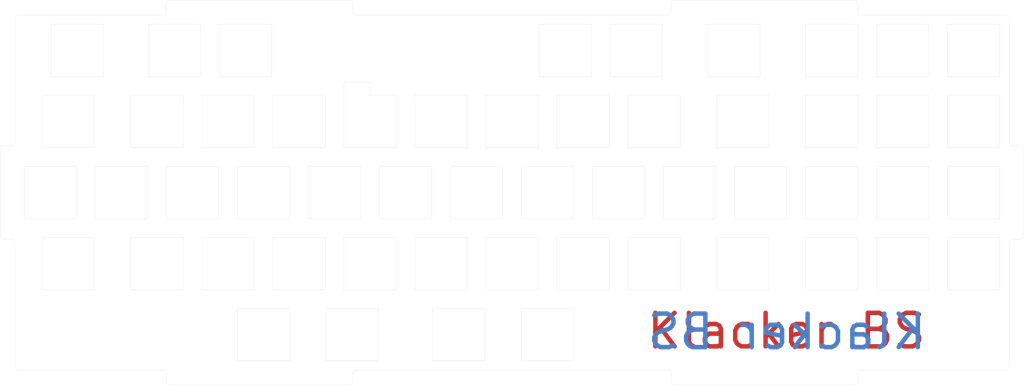
<source format=kicad_pcb>
(kicad_pcb (version 20211014) (generator pcbnew)

  (general
    (thickness 1.6)
  )

  (paper "A4")
  (layers
    (0 "F.Cu" signal)
    (31 "B.Cu" signal)
    (32 "B.Adhes" user "B.Adhesive")
    (33 "F.Adhes" user "F.Adhesive")
    (34 "B.Paste" user)
    (35 "F.Paste" user)
    (36 "B.SilkS" user "B.Silkscreen")
    (37 "F.SilkS" user "F.Silkscreen")
    (38 "B.Mask" user)
    (39 "F.Mask" user)
    (40 "Dwgs.User" user "User.Drawings")
    (41 "Cmts.User" user "User.Comments")
    (42 "Eco1.User" user "User.Eco1")
    (43 "Eco2.User" user "User.Eco2")
    (44 "Edge.Cuts" user)
    (45 "Margin" user)
    (46 "B.CrtYd" user "B.Courtyard")
    (47 "F.CrtYd" user "F.Courtyard")
    (48 "B.Fab" user)
    (49 "F.Fab" user)
    (50 "User.1" user)
    (51 "User.2" user)
    (52 "User.3" user)
    (53 "User.4" user)
    (54 "User.5" user)
    (55 "User.6" user)
    (56 "User.7" user)
    (57 "User.8" user)
    (58 "User.9" user)
  )

  (setup
    (pad_to_mask_clearance 0)
    (pcbplotparams
      (layerselection 0x00010fc_ffffffff)
      (disableapertmacros false)
      (usegerberextensions true)
      (usegerberattributes false)
      (usegerberadvancedattributes false)
      (creategerberjobfile false)
      (svguseinch false)
      (svgprecision 6)
      (excludeedgelayer true)
      (plotframeref false)
      (viasonmask false)
      (mode 1)
      (useauxorigin false)
      (hpglpennumber 1)
      (hpglpenspeed 20)
      (hpglpendiameter 15.000000)
      (dxfpolygonmode true)
      (dxfimperialunits true)
      (dxfusepcbnewfont true)
      (psnegative false)
      (psa4output false)
      (plotreference true)
      (plotvalue false)
      (plotinvisibletext false)
      (sketchpadsonfab false)
      (subtractmaskfromsilk true)
      (outputformat 1)
      (mirror false)
      (drillshape 0)
      (scaleselection 1)
      (outputdirectory "gerber/")
    )
  )

  (net 0 "")

  (gr_line (start 23.662909 125.175944) (end 23.662909 111.174191) (layer "Edge.Cuts") (width 0.05) (tstamp 00424e24-0e5d-4f00-aafa-64a60c65f34d))
  (gr_line (start 17.375085 146.750074) (end 56.000027 146.750074) (layer "Edge.Cuts") (width 0.05) (tstamp 00a026c2-10f6-4b02-90f2-a3ba6b8b91f3))
  (gr_line (start 56.99997 147.749988) (end 56.99997 149.75) (layer "Edge.Cuts") (width 0.05) (tstamp 00eadd9f-1e31-4e0f-9bdf-27218381a3d6))
  (gr_line (start 261.500099 125.175944) (end 247.499933 125.175944) (layer "Edge.Cuts") (width 0.05) (tstamp 01dd324b-59a7-49ae-a090-41a2954cf779))
  (gr_line (start 66.237553 68.025931) (end 52.237387 68.025931) (layer "Edge.Cuts") (width 0.05) (tstamp 03ddf7be-4ccc-4f7c-bd53-6bfa78b447fd))
  (gr_curve (pts (xy 284.075024 111.624989) (xy 283.522742 111.624989) (xy 283.075027 112.072699) (xy 283.075023 112.624981)) (layer "Edge.Cuts") (width 0.05) (tstamp 03e7b9ae-eb80-405b-83c8-6fda4c130454))
  (gr_line (start 204.637423 111.174191) (end 218.637589 111.174191) (layer "Edge.Cuts") (width 0.05) (tstamp 03fb5354-da4f-46c6-a7c4-1b98de2a293c))
  (gr_line (start 242.450094 106.12594) (end 228.449929 106.12594) (layer "Edge.Cuts") (width 0.05) (tstamp 043fd18f-fb90-4567-b3e3-84f2660f4893))
  (gr_line (start 161.774992 73.074182) (end 175.774999 73.074182) (layer "Edge.Cuts") (width 0.05) (tstamp 0502b8c4-3e2e-452b-8135-27ad971aa1bf))
  (gr_line (start 242.450094 111.174191) (end 242.450094 125.175944) (layer "Edge.Cuts") (width 0.05) (tstamp 05398753-8b6c-4536-b87c-14a562b16749))
  (gr_curve (pts (xy 192.45 149.75) (xy 192.450004 150.302283) (xy 192.897719 150.749994) (xy 193.450001 150.749993)) (layer "Edge.Cuts") (width 0.05) (tstamp 066b285b-c990-4745-a070-125ae3c092ba))
  (gr_line (start 180.824918 125.175944) (end 180.824918 111.174191) (layer "Edge.Cuts") (width 0.05) (tstamp 06fc3957-d73b-4e54-ae3c-2a8cfc827227))
  (gr_line (start 171.012498 68.025931) (end 157.012491 68.025931) (layer "Edge.Cuts") (width 0.05) (tstamp 075f43cc-b431-439c-af09-7c088584b172))
  (gr_line (start 209.399924 92.124186) (end 223.40009 92.124186) (layer "Edge.Cuts") (width 0.05) (tstamp 07cbf344-934a-4aef-a88a-c39923165c5a))
  (gr_line (start 15.374959 111.624989) (end 13.37496 111.624989) (layer "Edge.Cuts") (width 0.05) (tstamp 086fe90a-1caa-4dc9-b93f-413acc3e967e))
  (gr_curve (pts (xy 192.742894 47.79286) (xy 192.555357 47.980397) (xy 192.45 48.23475) (xy 192.45 48.499967)) (layer "Edge.Cuts") (width 0.05) (tstamp 091c3c50-0c9e-4568-b1c1-5a9bcd7499f6))
  (gr_curve (pts (xy 241.450012 150.749993) (xy 242.002294 150.749994) (xy 242.450009 150.302283) (xy 242.450013 149.75)) (layer "Edge.Cuts") (width 0.05) (tstamp 0951ae8f-dcb3-426d-9089-768140762bbe))
  (gr_line (start 242.450094 125.175944) (end 228.449929 125.175944) (layer "Edge.Cuts") (width 0.05) (tstamp 0973aedf-ee73-4510-8e24-68210a4caf57))
  (gr_line (start 243.449954 51.500053) (end 282.074898 51.500053) (layer "Edge.Cuts") (width 0.05) (tstamp 09952680-80f9-44af-933c-5d1a61805aab))
  (gr_line (start 37.663075 87.075935) (end 23.662909 87.075935) (layer "Edge.Cuts") (width 0.05) (tstamp 099a1f16-9b93-47a8-8172-58140255e05e))
  (gr_line (start 71.287391 54.024971) (end 85.287557 54.024971) (layer "Edge.Cuts") (width 0.05) (tstamp 09c35b1d-9dbe-4a19-a0c2-e32458fbcbbf))
  (gr_line (start 223.40009 106.12594) (end 209.399924 106.12594) (layer "Edge.Cuts") (width 0.05) (tstamp 0e699ae0-c518-444d-9017-44a865a1a661))
  (gr_line (start 180.824918 111.174191) (end 194.825083 111.174191) (layer "Edge.Cuts") (width 0.05) (tstamp 0e7f41f4-3456-47ef-8c7a-7db041c96ebc))
  (gr_line (start 218.637589 73.074182) (end 218.637589 87.075935) (layer "Edge.Cuts") (width 0.05) (tstamp 1018da8a-18d9-4fdc-8204-02c7fb414693))
  (gr_line (start 61.475052 125.175944) (end 47.474886 125.175944) (layer "Edge.Cuts") (width 0.05) (tstamp 1125d1f3-e825-4aec-9e1f-0dfcddc13ae3))
  (gr_line (start 85.574895 125.175944) (end 85.574895 111.174191) (layer "Edge.Cuts") (width 0.05) (tstamp 12674319-b461-4506-b00b-d71af6e9c80e))
  (gr_line (start 37.949884 106.12594) (end 37.949884 92.124186) (layer "Edge.Cuts") (width 0.05) (tstamp 129532a6-f691-4a17-8d0b-696145b5f9a3))
  (gr_line (start 128.149988 106.12594) (end 114.149901 106.12594) (layer "Edge.Cuts") (width 0.05) (tstamp 12c86c96-72f7-4b7f-b7d0-9b78f9adaccd))
  (gr_line (start 247.499933 111.174191) (end 261.500099 111.174191) (layer "Edge.Cuts") (width 0.05) (tstamp 1375e9af-5ece-4700-ac47-5f44fc8dfdb4))
  (gr_curve (pts (xy 55.999969 51.499967) (xy 56.552254 51.499967) (xy 56.999969 51.052253) (xy 56.99997 50.499969)) (layer "Edge.Cuts") (width 0.05) (tstamp 14a5d444-1d31-4868-b873-cf5cdf9a8eec))
  (gr_line (start 171.299995 106.12594) (end 171.299995 92.124186) (layer "Edge.Cuts") (width 0.05) (tstamp 156925aa-e39f-493d-995d-61d9be3f637d))
  (gr_line (start 114.149901 106.12594) (end 114.149901 92.124186) (layer "Edge.Cuts") (width 0.05) (tstamp 157fc229-aa35-4d91-8449-e0555e9c5e99))
  (gr_line (start 66.52489 87.075935) (end 66.52489 73.074182) (layer "Edge.Cuts") (width 0.05) (tstamp 16875bf3-1872-4d36-aaa8-cd25a1a217d3))
  (gr_line (start 95.099897 92.124186) (end 109.100063 92.124186) (layer "Edge.Cuts") (width 0.05) (tstamp 17cdc729-896f-4c44-b613-d9bf03f488d2))
  (gr_line (start 71.287391 68.025931) (end 71.287391 54.024971) (layer "Edge.Cuts") (width 0.05) (tstamp 17d2e3b5-39d3-497d-9b90-7d11134fac8e))
  (gr_line (start 107.999925 146.750074) (end 191.450058 146.750074) (layer "Edge.Cuts") (width 0.05) (tstamp 182709c3-7e89-43a5-9498-8db62fd0a369))
  (gr_line (start 85.287557 68.025931) (end 71.287391 68.025931) (layer "Edge.Cuts") (width 0.05) (tstamp 192a4129-79f3-4457-aa53-b791fa91e1c2))
  (gr_line (start 80.525056 111.174191) (end 80.525056 125.175944) (layer "Edge.Cuts") (width 0.05) (tstamp 1ca31b50-c467-442e-bf4e-6c761cae31cc))
  (gr_line (start 261.500099 92.124186) (end 261.500099 106.12594) (layer "Edge.Cuts") (width 0.05) (tstamp 1f7a9d2c-d1ba-4870-bf29-bfacac6dbd0e))
  (gr_line (start 109.100063 92.124186) (end 109.100063 106.12594) (layer "Edge.Cuts") (width 0.05) (tstamp 1ff092f3-c28e-4a96-be26-255f409400a9))
  (gr_line (start 266.549938 111.174191) (end 266.549938 125.175944) (layer "Edge.Cuts") (width 0.05) (tstamp 200629f0-2c58-4090-9a5c-a9e8ae9a2eba))
  (gr_line (start 228.449929 92.124186) (end 242.450094 92.124186) (layer "Edge.Cuts") (width 0.05) (tstamp 210247e3-0aa4-4960-9a96-5f0a49cb80a4))
  (gr_line (start 37.663075 111.174191) (end 37.663075 125.175944) (layer "Edge.Cuts") (width 0.05) (tstamp 218410e6-0814-441d-8f6c-6c71a768957d))
  (gr_line (start 111.624899 69.574182) (end 111.624899 73.074182) (layer "Edge.Cuts") (width 0.05) (tstamp 218a2487-4406-4830-b6ad-8a4182eda4f4))
  (gr_line (start 266.549938 106.12594) (end 280.550104 106.12594) (layer "Edge.Cuts") (width 0.05) (tstamp 2282cbc7-3061-46d5-9a06-366a5cadfc6a))
  (gr_line (start 123.674983 73.074182) (end 137.67499 73.074182) (layer "Edge.Cuts") (width 0.05) (tstamp 22f79bcd-c6a7-4186-8514-a5eb29ae24ac))
  (gr_line (start 166.249997 92.124186) (end 166.249997 106.12594) (layer "Edge.Cuts") (width 0.05) (tstamp 23300e1b-a866-4d80-b6e4-6ff7411a8d44))
  (gr_line (start 37.663075 73.074182) (end 37.663075 87.075935) (layer "Edge.Cuts") (width 0.05) (tstamp 237116b4-e120-4071-8ae4-ea7d726c136a))
  (gr_line (start 193.450001 150.749993) (end 241.450012 150.749993) (layer "Edge.Cuts") (width 0.05) (tstamp 25d45321-2223-40a0-bfb1-3a7524a3423f))
  (gr_line (start 261.500099 54.024971) (end 261.500099 68.025931) (layer "Edge.Cuts") (width 0.05) (tstamp 277399bc-b1c5-433e-95a2-a972826df965))
  (gr_line (start 12.374959 87.624972) (end 12.374959 110.624995) (layer "Edge.Cuts") (width 0.05) (tstamp 2779602f-7fa1-4778-b6ac-8f38ea12e6d9))
  (gr_line (start 51.950049 106.12594) (end 37.949884 106.12594) (layer "Edge.Cuts") (width 0.05) (tstamp 282243fd-347f-4a98-9718-a264715be3f9))
  (gr_line (start 242.450094 68.025931) (end 228.449929 68.025931) (layer "Edge.Cuts") (width 0.05) (tstamp 285ab696-c960-4cf9-a143-afd1fc597e19))
  (gr_line (start 113.862564 144.225949) (end 99.862398 144.225949) (layer "Edge.Cuts") (width 0.05) (tstamp 2895fc67-84c6-44f7-bf63-5344df7dc8c7))
  (gr_line (start 118.625065 111.174191) (end 118.625065 125.175944) (layer "Edge.Cuts") (width 0.05) (tstamp 28e1afa8-550c-4415-8907-a5780903f122))
  (gr_line (start 90.050058 92.124186) (end 90.050058 106.12594) (layer "Edge.Cuts") (width 0.05) (tstamp 2952d23a-09c3-4241-97b0-cff9466ce09c))
  (gr_line (start 99.575061 73.074182) (end 99.575061 87.075935) (layer "Edge.Cuts") (width 0.05) (tstamp 29cd6dcb-9658-4950-bf51-a9709795a189))
  (gr_line (start 152.249993 92.124186) (end 166.249997 92.124186) (layer "Edge.Cuts") (width 0.05) (tstamp 2afecaf8-ec0b-4aac-b4ae-2917d09147da))
  (gr_curve (pts (xy 192.45 147.749988) (xy 192.449996 147.197707) (xy 192.002283 146.749996) (xy 191.450002 146.749995)) (layer "Edge.Cuts") (width 0.05) (tstamp 2c3ffeed-612e-465e-9d24-c795b0f724fa))
  (gr_line (start 18.899879 92.124186) (end 32.900045 92.124186) (layer "Edge.Cuts") (width 0.05) (tstamp 2e8542c7-16b5-4363-9843-574ad1b3a3a2))
  (gr_line (start 137.67499 111.174191) (end 137.67499 125.175944) (layer "Edge.Cuts") (width 0.05) (tstamp 31568620-ccaf-41cf-80ce-f01b089b2d65))
  (gr_line (start 228.449929 106.12594) (end 228.449929 92.124186) (layer "Edge.Cuts") (width 0.05) (tstamp 3177c98a-e913-43ca-aea3-37264e0020dc))
  (gr_line (start 247.500198 68.025931) (end 247.499933 54.024971) (layer "Edge.Cuts") (width 0.05) (tstamp 32538c66-01a3-407b-a8c8-88c4ce7f4211))
  (gr_line (start 194.825083 87.075935) (end 180.824918 87.075935) (layer "Edge.Cuts") (width 0.05) (tstamp 3366797f-8bc4-4fdb-a010-9c8728b302ab))
  (gr_line (start 204.350086 92.124186) (end 204.350086 106.12594) (layer "Edge.Cuts") (width 0.05) (tstamp 33d05e41-9f36-46c9-82f4-3c7242f4f84d))
  (gr_line (start 261.500099 111.174191) (end 261.500099 125.175944) (layer "Edge.Cuts") (width 0.05) (tstamp 35cf7712-3ef8-41be-a7c2-025e94f1c59a))
  (gr_curve (pts (xy 286.075023 111.624989) (xy 286.627305 111.624989) (xy 287.07502 111.177279) (xy 287.075024 110.624995)) (layer "Edge.Cuts") (width 0.05) (tstamp 374ceed1-3a35-41c6-a167-1f2cc7628095))
  (gr_line (start 176.062496 68.025931) (end 176.062496 54.024971) (layer "Edge.Cuts") (width 0.05) (tstamp 384d2af0-c25e-4d9e-ac47-dc986ee4f24e))
  (gr_line (start 223.40009 92.124186) (end 223.40009 106.12594) (layer "Edge.Cuts") (width 0.05) (tstamp 39c31d7c-4f8c-443e-91b6-d03a5547b090))
  (gr_line (start 175.774999 73.074182) (end 175.774999 87.075935) (layer "Edge.Cuts") (width 0.05) (tstamp 39c987e5-f901-470f-a97a-a51872c89b43))
  (gr_curve (pts (xy 16.37496 112.624981) (xy 16.374956 112.072699) (xy 15.927241 111.624989) (xy 15.374959 111.624989)) (layer "Edge.Cuts") (width 0.05) (tstamp 3a46cc73-f009-4267-925a-aeb49dc6715c))
  (gr_line (start 16.37496 52.499968) (end 16.37496 85.624986) (layer "Edge.Cuts") (width 0.05) (tstamp 3ad2454a-19c7-44ec-a244-49bb34837d9d))
  (gr_line (start 104.624899 87.075935) (end 104.624899 69.574182) (layer "Edge.Cuts") (width 0.05) (tstamp 3ca84e8c-4a55-4945-8330-8fe063dddbc3))
  (gr_line (start 283.075023 52.499912) (end 283.075023 85.624986) (layer "Edge.Cuts") (width 0.05) (tstamp 3d1a2d53-9516-4b42-8361-1957a8096493))
  (gr_line (start 175.774999 87.075935) (end 161.774992 87.075935) (layer "Edge.Cuts") (width 0.05) (tstamp 3d624e0c-a15a-47e0-b695-a0b3790e659b))
  (gr_curve (pts (xy 282.78213 51.79286) (xy 282.594593 51.605324) (xy 282.340239 51.499967) (xy 282.075022 51.499967)) (layer "Edge.Cuts") (width 0.05) (tstamp 3df11f68-723b-437d-8303-bfa31f11f452))
  (gr_line (start 157.012491 68.025931) (end 157.012491 54.024971) (layer "Edge.Cuts") (width 0.05) (tstamp 3eafad19-33c6-43ed-be8e-1472d075c3e4))
  (gr_line (start 185.300081 106.12594) (end 171.299995 106.12594) (layer "Edge.Cuts") (width 0.05) (tstamp 3f5b3d55-f8f4-49a7-bf8d-d4bbdaa7d04c))
  (gr_line (start 242.450013 149.75) (end 242.450013 147.749988) (layer "Edge.Cuts") (width 0.05) (tstamp 3fb115d8-1a30-4382-aed9-e9783a240101))
  (gr_line (start 47.474886 111.174191) (end 61.475052 111.174191) (layer "Edge.Cuts") (width 0.05) (tstamp 3fbb4ded-d1c6-48ee-a013-12415c81f250))
  (gr_curve (pts (xy 106.999983 48.499967) (xy 106.999983 48.23475) (xy 106.894626 47.980397) (xy 106.707089 47.79286)) (layer "Edge.Cuts") (width 0.05) (tstamp 4012198d-3c9c-4ab9-be64-a92f05ef151d))
  (gr_line (start 128.149988 92.124186) (end 128.149988 106.12594) (layer "Edge.Cuts") (width 0.05) (tstamp 41753afa-bdbd-4f26-a357-db21927ff48f))
  (gr_line (start 280.550104 106.12594) (end 280.550104 92.124186) (layer "Edge.Cuts") (width 0.05) (tstamp 41825281-f810-4012-a5a2-fc1e6cabefaa))
  (gr_line (start 193.450043 47.50008) (end 241.449969 47.50008) (layer "Edge.Cuts") (width 0.05) (tstamp 41d30f2d-4453-4d7b-8b26-e97a565c4798))
  (gr_line (start 32.900045 92.124186) (end 32.900045 106.12594) (layer "Edge.Cuts") (width 0.05) (tstamp 42334ac6-7279-4b3c-834a-4ce032c6a49a))
  (gr_curve (pts (xy 56.99997 149.75) (xy 56.999974 150.302283) (xy 57.447689 150.749994) (xy 57.999971 150.749993)) (layer "Edge.Cuts") (width 0.05) (tstamp 4270a797-4a08-4da4-a2de-334ea8087507))
  (gr_line (start 147.19999 106.12594) (end 133.199986 106.12594) (layer "Edge.Cuts") (width 0.05) (tstamp 446d7dea-d993-4c37-befa-fef08810d05c))
  (gr_line (start 175.774999 111.174191) (end 175.774999 125.175944) (layer "Edge.Cuts") (width 0.05) (tstamp 44c2142e-21af-484c-b962-ccac11da361f))
  (gr_line (start 180.824918 73.074182) (end 194.825083 73.074182) (layer "Edge.Cuts") (width 0.05) (tstamp 465bb2f2-8aca-4950-bae7-909637500e95))
  (gr_line (start 152.249993 106.12594) (end 152.249993 92.124186) (layer "Edge.Cuts") (width 0.05) (tstamp 49896a40-c793-4952-bd08-3629e9e5c5ea))
  (gr_line (start 90.050058 106.12594) (end 76.049893 106.12594) (layer "Edge.Cuts") (width 0.05) (tstamp 4b29c829-f54a-474b-a49c-5275bbe676ba))
  (gr_line (start 118.625065 87.075935) (end 104.624899 87.075935) (layer "Edge.Cuts") (width 0.05) (tstamp 511869e1-94e0-4684-8d29-9cd8c40fb62c))
  (gr_line (start 66.52489 73.074182) (end 80.525056 73.074182) (layer "Edge.Cuts") (width 0.05) (tstamp 52276adc-6de0-41fc-8b15-45f923c2ba2e))
  (gr_line (start 280.550104 111.174191) (end 280.550104 125.175944) (layer "Edge.Cuts") (width 0.05) (tstamp 52dde2c1-ef38-4525-8503-7662f015ccd5))
  (gr_line (start 61.475052 73.074182) (end 61.475052 87.075935) (layer "Edge.Cuts") (width 0.05) (tstamp 541a3105-bfca-4e72-934d-c4d2384c0801))
  (gr_line (start 190.062582 54.024971) (end 190.062582 68.025931) (layer "Edge.Cuts") (width 0.05) (tstamp 573e39ec-1dce-476e-ab82-64455f2bfc9a))
  (gr_curve (pts (xy 15.374959 86.624979) (xy 15.927241 86.62498) (xy 16.374956 86.177269) (xy 16.37496 85.624986)) (layer "Edge.Cuts") (width 0.05) (tstamp 58492dfa-2257-4525-8dc3-c6eb92a47c0d))
  (gr_line (start 142.724988 73.074182) (end 156.724995 73.074182) (layer "Edge.Cuts") (width 0.05) (tstamp 59066990-2b1d-4ce3-b877-0411b01fbc7a))
  (gr_line (start 99.575061 125.175944) (end 85.574895 125.175944) (layer "Edge.Cuts") (width 0.05) (tstamp 5958af9e-9e42-4c6e-941b-5db90354742a))
  (gr_curve (pts (xy 107.999981 146.749995) (xy 107.4477 146.749996) (xy 106.999987 147.197707) (xy 106.999983 147.749988)) (layer "Edge.Cuts") (width 0.05) (tstamp 5ab2f497-db96-444b-8fbf-250bc48d667c))
  (gr_line (start 171.012498 54.024971) (end 171.012498 68.025931) (layer "Edge.Cuts") (width 0.05) (tstamp 5b23ef47-6bba-4566-92e6-2afd46912877))
  (gr_line (start 266.549938 125.175944) (end 280.550104 125.175944) (layer "Edge.Cuts") (width 0.05) (tstamp 5b8fdf80-dbf1-47fe-832a-5d6e02da5330))
  (gr_line (start 161.774992 111.174191) (end 175.774999 111.174191) (layer "Edge.Cuts") (width 0.05) (tstamp 5ca097f4-a6ae-4e21-9a62-11de152a11c3))
  (gr_line (start 137.67499 87.075935) (end 123.674983 87.075935) (layer "Edge.Cuts") (width 0.05) (tstamp 5d3905c6-2ee9-4dee-9553-7e6402e69bd4))
  (gr_line (start 190.34992 92.124186) (end 204.350086 92.124186) (layer "Edge.Cuts") (width 0.05) (tstamp 5f06e850-30b7-4c53-b4ef-32f73686b969))
  (gr_line (start 47.474886 125.175944) (end 47.474886 111.174191) (layer "Edge.Cuts") (width 0.05) (tstamp 5f21e5b7-452e-42ee-b27a-982c9985b9c1))
  (gr_line (start 104.624899 111.174191) (end 118.625065 111.174191) (layer "Edge.Cuts") (width 0.05) (tstamp 6101c0dd-dd9c-4b34-a198-af83d8700733))
  (gr_line (start 242.450094 73.074182) (end 242.450094 87.075935) (layer "Edge.Cuts") (width 0.05) (tstamp 610741d9-3007-4759-9106-aa0eb45b6ee2))
  (gr_line (start 261.500099 106.12594) (end 247.499933 106.12594) (layer "Edge.Cuts") (width 0.05) (tstamp 61174cda-aa16-4d0e-93c1-54aec2ed531e))
  (gr_line (start 242.450094 54.024971) (end 242.450094 68.025931) (layer "Edge.Cuts") (width 0.05) (tstamp 6386f32d-9dd0-4d43-af37-3e96cb8714d5))
  (gr_line (start 99.862398 144.225949) (end 99.862398 130.224196) (layer "Edge.Cuts") (width 0.05) (tstamp 6420c708-4e23-49d4-b551-e5637bc7b599))
  (gr_line (start 204.637423 73.074182) (end 218.637589 73.074182) (layer "Edge.Cuts") (width 0.05) (tstamp 64d04e96-0e4d-4c93-8c53-7a5e2477396b))
  (gr_line (start 123.674983 111.174191) (end 137.67499 111.174191) (layer "Edge.Cuts") (width 0.05) (tstamp 64de4bca-b0f5-4198-8f46-f3ddedc570a7))
  (gr_line (start 152.249993 144.225949) (end 152.249993 130.224196) (layer "Edge.Cuts") (width 0.05) (tstamp 65f638a6-dd48-442c-93eb-64b02cede0e7))
  (gr_line (start 218.637589 111.174191) (end 218.637589 125.175944) (layer "Edge.Cuts") (width 0.05) (tstamp 660a2b2a-6988-4520-a321-7289da95a01d))
  (gr_line (start 137.67499 125.175944) (end 123.674983 125.175944) (layer "Edge.Cuts") (width 0.05) (tstamp 669dcd6c-de9f-4908-82c6-374071777abd))
  (gr_line (start 243.449954 146.750074) (end 282.074898 146.750074) (layer "Edge.Cuts") (width 0.05) (tstamp 673d94cc-4510-4be9-9301-a3ab15f0d9ce))
  (gr_line (start 152.249993 130.224196) (end 166.249997 130.224196) (layer "Edge.Cuts") (width 0.05) (tstamp 68d8acbb-fbb2-43f9-90d9-b3080204177e))
  (gr_line (start 76.049893 92.124186) (end 90.050058 92.124186) (layer "Edge.Cuts") (width 0.05) (tstamp 6ab1d5a3-4da8-4993-bf9f-ec05904a0d9e))
  (gr_line (start 47.474886 87.075935) (end 47.474886 73.074182) (layer "Edge.Cuts") (width 0.05) (tstamp 6bcea8b8-0906-4a31-9e3b-f2fe0f39e232))
  (gr_line (start 161.774992 125.175944) (end 161.774992 111.174191) (layer "Edge.Cuts") (width 0.05) (tstamp 6eba631e-6c03-48b8-b3f3-2d2632b79476))
  (gr_line (start 128.437484 130.224196) (end 128.437484 144.225949) (layer "Edge.Cuts") (width 0.05) (tstamp 6ee54964-e582-49d2-bde1-a034bdbd1cea))
  (gr_line (start 204.350086 106.12594) (end 190.34992 106.12594) (layer "Edge.Cuts") (width 0.05) (tstamp 6f633480-2691-4a7a-b3ab-29ff098ea275))
  (gr_line (start 204.637423 125.175944) (end 204.637423 111.174191) (layer "Edge.Cuts") (width 0.05) (tstamp 700d467e-4c7c-4abc-8759-11956c0419b4))
  (gr_line (start 113.862564 130.224196) (end 113.862564 144.225949) (layer "Edge.Cuts") (width 0.05) (tstamp 72e2e116-563e-42d3-8290-84a9b91812c0))
  (gr_line (start 80.525056 125.175944) (end 66.52489 125.175944) (layer "Edge.Cuts") (width 0.05) (tstamp 736eba61-adae-4136-8b94-ae307cca35be))
  (gr_line (start 242.450094 48.499941) (end 242.450013 50.499969) (layer "Edge.Cuts") (width 0.05) (tstamp 73d772cc-b7de-4f66-886a-621df6c32420))
  (gr_line (start 142.724988 87.075935) (end 142.724988 73.074182) (layer "Edge.Cuts") (width 0.05) (tstamp 74a54e9f-b9b1-4f95-9068-43a74c76e91f))
  (gr_line (start 156.724995 125.175944) (end 142.724988 125.175944) (layer "Edge.Cuts") (width 0.05) (tstamp 74af2575-eb0c-483c-a60a-9e7eecb8cbfb))
  (gr_line (start 280.550104 68.025931) (end 266.549938 68.025931) (layer "Edge.Cuts") (width 0.05) (tstamp 78bb1443-49ce-4ff2-8dda-7b3a6c7fbf96))
  (gr_curve (pts (xy 193.450001 47.499966) (xy 193.184784 47.499966) (xy 192.93043 47.605323) (xy 192.742894 47.79286)) (layer "Edge.Cuts") (width 0.05) (tstamp 78cef28e-b3e2-4535-af87-f06e8b9a3f10))
  (gr_curve (pts (xy 17.374961 51.499967) (xy 17.109744 51.499967) (xy 16.85539 51.605324) (xy 16.667852 51.79286)) (layer "Edge.Cuts") (width 0.05) (tstamp 7aa55212-a57a-4b51-9554-97cffeb94663))
  (gr_line (start 176.062496 54.024971) (end 190.062582 54.024971) (layer "Edge.Cuts") (width 0.05) (tstamp 7adb41a2-4a07-442b-857e-18781fa50d18))
  (gr_line (start 287.075024 87.624972) (end 287.075024 110.624995) (layer "Edge.Cuts") (width 0.05) (tstamp 7af4dc2f-f054-4150-91c1-19b9702291f7))
  (gr_line (start 247.499933 87.075935) (end 247.499933 73.074182) (layer "Edge.Cuts") (width 0.05) (tstamp 7b69cdf3-a5bf-412e-a16d-b3a65ea4ab3b))
  (gr_line (start 228.449929 125.175944) (end 228.449929 111.174191) (layer "Edge.Cuts") (width 0.05) (tstamp 7c2c5092-c1c1-43bf-910c-19af78ff85e2))
  (gr_line (start 147.19999 92.124186) (end 147.19999 106.12594) (layer "Edge.Cuts") (width 0.05) (tstamp 7c92a46e-4689-40f9-96f1-d62577bb7957))
  (gr_line (start 90.050058 130.224196) (end 90.050058 144.225949) (layer "Edge.Cuts") (width 0.05) (tstamp 7ce0dc8a-c8e9-4bde-9900-fc153b2c56c1))
  (gr_curve (pts (xy 106.707089 47.79286) (xy 106.519553 47.605323) (xy 106.265198 47.499966) (xy 105.999982 47.499966)) (layer "Edge.Cuts") (width 0.05) (tstamp 7e9a9212-b789-4bf4-8ded-d53d4c60d7bc))
  (gr_line (start 66.52489 111.174191) (end 80.525056 111.174191) (layer "Edge.Cuts") (width 0.05) (tstamp 7f9cda75-b224-4c65-b084-a28f777d4546))
  (gr_line (start 190.062582 68.025931) (end 176.062496 68.025931) (layer "Edge.Cuts") (width 0.05) (tstamp 80060b91-3ae2-4d64-b9ae-0dcf6e56973e))
  (gr_line (start 57.999971 150.749993) (end 105.999982 150.749993) (layer "Edge.Cuts") (width 0.05) (tstamp 801b8b57-d88f-4fd5-9857-12b3a23a9e8e))
  (gr_line (start 228.449929 73.074182) (end 242.450094 73.074182) (layer "Edge.Cuts") (width 0.05) (tstamp 84a4036c-042e-4bbc-aa06-7ed563f58422))
  (gr_line (start 218.637589 125.175944) (end 204.637423 125.175944) (layer "Edge.Cuts") (width 0.05) (tstamp 8507635a-280e-4837-8946-1e84e43e4e98))
  (gr_line (start 118.625065 73.074182) (end 118.625065 87.075935) (layer "Edge.Cuts") (width 0.05) (tstamp 851c84f9-2592-4b74-8996-314dc55609b5))
  (gr_curve (pts (xy 282.075022 146.749995) (xy 282.627304 146.749995) (xy 283.075019 146.302284) (xy 283.075023 145.750002)) (layer "Edge.Cuts") (width 0.05) (tstamp 851ea495-2fb9-4b92-ab41-5829df2ada62))
  (gr_line (start 66.237553 54.024971) (end 66.237553 68.025931) (layer "Edge.Cuts") (width 0.05) (tstamp 85cb3795-42cd-4413-b0cc-2a6ee56bb2fe))
  (gr_curve (pts (xy 242.450013 48.499967) (xy 242.450013 48.23475) (xy 242.344656 47.980397) (xy 242.157119 47.79286)) (layer "Edge.Cuts") (width 0.05) (tstamp 86446969-079d-4575-9ea5-92004d8fd6b2))
  (gr_line (start 118.625065 125.175944) (end 104.624899 125.175944) (layer "Edge.Cuts") (width 0.05) (tstamp 874a13e0-bf9f-4c71-99a3-8027dfa405b4))
  (gr_line (start 166.249997 130.224196) (end 166.249997 144.225949) (layer "Edge.Cuts") (width 0.05) (tstamp 87894a19-0fea-4db9-9b89-c07e06a1fb6c))
  (gr_line (start 123.674983 87.075935) (end 123.674983 73.074182) (layer "Edge.Cuts") (width 0.05) (tstamp 87c09775-3d4e-46b4-a2e6-9df415fbdf3a))
  (gr_line (start 76.049893 144.225949) (end 76.049893 130.224196) (layer "Edge.Cuts") (width 0.05) (tstamp 887d6ecb-24cc-4eb8-be99-c7d4512ea010))
  (gr_line (start 76.049893 106.12594) (end 76.049893 92.124186) (layer "Edge.Cuts") (width 0.05) (tstamp 896b1c89-d994-46d5-82dc-e6b4e4ca7c08))
  (gr_line (start 111.624899 73.074182) (end 118.625065 73.074182) (layer "Edge.Cuts") (width 0.05) (tstamp 89be741e-0447-4231-a62d-ad3596efeda2))
  (gr_line (start 228.449929 111.174191) (end 242.450094 111.174191) (layer "Edge.Cuts") (width 0.05) (tstamp 8a1629f8-1c19-4ab0-a396-271c6009821e))
  (gr_line (start 47.474886 73.074182) (end 61.475052 73.074182) (layer "Edge.Cuts") (width 0.05) (tstamp 8c5da20d-9896-4569-a7be-251fb26f5d3b))
  (gr_line (start 216.256338 68.025931) (end 202.256173 68.025931) (layer "Edge.Cuts") (width 0.05) (tstamp 8f460662-8bf8-4ecf-a840-f696246303eb))
  (gr_line (start 266.549938 73.074182) (end 266.549938 87.075935) (layer "Edge.Cuts") (width 0.05) (tstamp 9052e187-f207-419c-9fe5-97b75fefdba0))
  (gr_line (start 123.674983 125.175944) (end 123.674983 111.174191) (layer "Edge.Cuts") (width 0.05) (tstamp 90623db5-990f-4fde-b85c-496fdc69d354))
  (gr_line (start 266.549938 92.124186) (end 266.549938 106.12594) (layer "Edge.Cuts") (width 0.05) (tstamp 9102dd16-c4e5-461a-966e-5a06f437413f))
  (gr_line (start 137.67499 73.074182) (end 137.67499 87.075935) (layer "Edge.Cuts") (width 0.05) (tstamp 911fd408-03e1-4310-ae6a-bd9acd89c339))
  (gr_line (start 286.075023 111.624989) (end 284.075024 111.624989) (layer "Edge.Cuts") (width 0.05) (tstamp 917ad796-d4f4-4ad6-8862-cfc852983581))
  (gr_line (start 23.662909 87.075935) (end 23.662909 73.074182) (layer "Edge.Cuts") (width 0.05) (tstamp 91d4e279-28ea-4415-9e6d-f869ad9ee732))
  (gr_line (start 247.499933 92.124186) (end 261.500099 92.124186) (layer "Edge.Cuts") (width 0.05) (tstamp 924f1328-354f-4426-9828-29263e956673))
  (gr_line (start 192.45 147.749988) (end 192.45 149.75) (layer "Edge.Cuts") (width 0.05) (tstamp 93367989-e5cf-4975-9d10-cc3d9eab56bd))
  (gr_line (start 280.550104 92.124186) (end 266.549938 92.124186) (layer "Edge.Cuts") (width 0.05) (tstamp 942f07c8-87d6-43ae-8c8d-315600c89c6d))
  (gr_curve (pts (xy 191.450002 51.499967) (xy 192.002285 51.499966) (xy 192.449999 51.052252) (xy 192.45 50.499969)) (layer "Edge.Cuts") (width 0.05) (tstamp 9436ec81-60cb-4a6e-9aeb-646a7b22160f))
  (gr_line (start 247.499933 125.175944) (end 247.499933 111.174191) (layer "Edge.Cuts") (width 0.05) (tstamp 944eac88-d7cb-4ad5-abbb-2d514953755c))
  (gr_line (start 190.34992 106.12594) (end 190.34992 92.124186) (layer "Edge.Cuts") (width 0.05) (tstamp 94706a39-7aa4-441f-893b-8fdfc047400c))
  (gr_line (start 156.724995 87.075935) (end 142.724988 87.075935) (layer "Edge.Cuts") (width 0.05) (tstamp 94ae33bf-2af1-46e6-8bda-dc68f97f1d47))
  (gr_line (start 266.549938 54.024971) (end 280.550104 54.024971) (layer "Edge.Cuts") (width 0.05) (tstamp 95511ebe-061f-4a4e-be60-1f10522e8305))
  (gr_line (start 32.900045 106.12594) (end 18.899879 106.12594) (layer "Edge.Cuts") (width 0.05) (tstamp 956f428b-d610-450b-91f5-099530d7fc88))
  (gr_line (start 228.449929 87.075935) (end 228.449929 73.074182) (layer "Edge.Cuts") (width 0.05) (tstamp 95c4e8b2-3a1a-4d21-89d6-c85d51d913bf))
  (gr_line (start 56.999888 50.499927) (end 56.999888 48.499941) (layer "Edge.Cuts") (width 0.05) (tstamp 9634644b-beb3-4dd4-af3a-bb95974c4720))
  (gr_line (start 37.949884 92.124186) (end 51.950049 92.124186) (layer "Edge.Cuts") (width 0.05) (tstamp 97375ac6-2596-4ee7-bcf1-a36784aca9f6))
  (gr_line (start 133.199986 106.12594) (end 133.199986 92.124186) (layer "Edge.Cuts") (width 0.05) (tstamp 975b8b88-87b8-45ad-a136-cc441307df44))
  (gr_line (start 99.575061 111.174191) (end 99.575061 125.175944) (layer "Edge.Cuts") (width 0.05) (tstamp 989787a0-b4eb-4861-bc3c-d06a2a7fe1f9))
  (gr_line (start 166.249997 106.12594) (end 152.249993 106.12594) (layer "Edge.Cuts") (width 0.05) (tstamp 9c933cf7-23a4-4d46-98e4-0b5210543993))
  (gr_line (start 142.724988 125.175944) (end 142.724988 111.174191) (layer "Edge.Cuts") (width 0.05) (tstamp 9efc727f-c6e9-4e00-ad4e-f2371cd27860))
  (gr_line (start 104.624899 69.574182) (end 111.624899 69.574182) (layer "Edge.Cuts") (width 0.05) (tstamp a072347a-1cac-4ead-8c61-cfe38fd40342))
  (gr_line (start 52.237387 68.025931) (end 52.237387 54.024971) (layer "Edge.Cuts") (width 0.05) (tstamp a166228d-efcf-4ec9-b8a4-9c79fa3b1d9b))
  (gr_line (start 40.044061 68.025931) (end 26.043895 68.025931) (layer "Edge.Cuts") (width 0.05) (tstamp a1778638-d855-4050-b59d-f86d475deef8))
  (gr_line (start 156.724995 73.074182) (end 156.724995 87.075935) (layer "Edge.Cuts") (width 0.05) (tstamp a1c9b8be-a55e-4363-8db6-9b6f6dbc9044))
  (gr_line (start 66.52489 125.175944) (end 66.52489 111.174191) (layer "Edge.Cuts") (width 0.05) (tstamp a2d6262e-dafd-40f5-9345-57c4d78b18e0))
  (gr_line (start 37.663075 125.175944) (end 23.662909 125.175944) (layer "Edge.Cuts") (width 0.05) (tstamp a5f235b6-fb02-4bab-b893-ccab55d9da12))
  (gr_line (start 85.574895 73.074182) (end 99.575061 73.074182) (layer "Edge.Cuts") (width 0.05) (tstamp a6b4314f-d8b9-45eb-b256-7c3ff89601d9))
  (gr_curve (pts (xy 283.075023 85.624986) (xy 283.075027 86.177269) (xy 283.522742 86.62498) (xy 284.075024 86.624979)) (layer "Edge.Cuts") (width 0.05) (tstamp a902b82e-c619-4e94-9671-d5f8eabc7c8d))
  (gr_curve (pts (xy 12.374959 110.624995) (xy 12.374963 111.177279) (xy 12.822677 111.624989) (xy 13.37496 111.624989)) (layer "Edge.Cuts") (width 0.05) (tstamp a9b33035-44b4-4944-a201-38b0d32cc5b3))
  (gr_line (start 157.012491 54.024971) (end 171.012498 54.024971) (layer "Edge.Cuts") (width 0.05) (tstamp aa1fc9b0-1da5-4c18-9a3e-25178c2cf69e))
  (gr_line (start 107.999925 51.500053) (end 191.450058 51.500053) (layer "Edge.Cuts") (width 0.05) (tstamp aa4f7e9f-9807-4bc3-b70e-b7fe00fb3233))
  (gr_line (start 85.574895 111.174191) (end 99.575061 111.174191) (layer "Edge.Cuts") (width 0.05) (tstamp aa6cff89-c79e-49f2-b341-65ec27c83fb6))
  (gr_line (start 180.824918 87.075935) (end 180.824918 73.074182) (layer "Edge.Cuts") (width 0.05) (tstamp aba8c4e0-fa0f-4e43-b4fd-edb76868ec7c))
  (gr_line (start 58.000013 47.50008) (end 105.999939 47.50008) (layer "Edge.Cuts") (width 0.05) (tstamp ae85df11-e99a-4c30-920f-eac4aa94ff33))
  (gr_line (start 76.049893 130.224196) (end 90.050058 130.224196) (layer "Edge.Cuts") (width 0.05) (tstamp b07cdd98-1346-464c-902f-4e1757d2097c))
  (gr_line (start 142.437492 130.224196) (end 128.437484 130.224196) (layer "Edge.Cuts") (width 0.05) (tstamp b084e8bd-230f-4a81-8c2d-e24ffdcb2d0e))
  (gr_line (start 80.525056 73.074182) (end 80.525056 87.075935) (layer "Edge.Cuts") (width 0.05) (tstamp b0c0ec71-0084-429c-95fa-9d975f847ff5))
  (gr_line (start 26.043895 68.025931) (end 26.043895 54.024971) (layer "Edge.Cuts") (width 0.05) (tstamp b117bcd4-2871-4214-b8a5-e6e101490bda))
  (gr_line (start 280.550104 73.074182) (end 266.549938 73.074182) (layer "Edge.Cuts") (width 0.05) (tstamp b399e3cb-765f-438e-9d56-9c0793fb9af5))
  (gr_line (start 133.199986 92.124186) (end 147.19999 92.124186) (layer "Edge.Cuts") (width 0.05) (tstamp b3c189bd-830a-4fb7-9006-42d217bb8e8b))
  (gr_curve (pts (xy 287.075024 87.624972) (xy 287.07502 87.07269) (xy 286.627305 86.624979) (xy 286.075023 86.624979)) (layer "Edge.Cuts") (width 0.05) (tstamp b459f54f-29ba-4abe-ad1f-eca5baa815ba))
  (gr_curve (pts (xy 106.999983 50.499969) (xy 106.999984 51.052252) (xy 107.447697 51.499966) (xy 107.999981 51.499967)) (layer "Edge.Cuts") (width 0.05) (tstamp b5575b00-b97c-47ca-b744-c546e902d050))
  (gr_line (start 247.499933 106.12594) (end 247.499933 92.124186) (layer "Edge.Cuts") (width 0.05) (tstamp b57c9cdf-52d0-4c60-8f3a-2cbdc5a3aefb))
  (gr_line (start 109.100063 106.12594) (end 95.099897 106.12594) (layer "Edge.Cuts") (width 0.05) (tstamp b9686df1-b92b-4f03-afeb-e2680677049c))
  (gr_line (start 266.549938 111.174191) (end 280.550104 111.174191) (layer "Edge.Cuts") (width 0.05) (tstamp ba12636c-d675-45c2-8801-ef06d4d9e124))
  (gr_line (start 61.475052 111.174191) (end 61.475052 125.175944) (layer "Edge.Cuts") (width 0.05) (tstamp ba2cc507-c5ea-4b1d-aada-04bf939662ac))
  (gr_curve (pts (xy 283.075023 52.499968) (xy 283.075023 52.234751) (xy 282.969666 51.980398) (xy 282.78213 51.79286)) (layer "Edge.Cuts") (width 0.05) (tstamp bbba3000-e128-470c-9b51-b588dcae87a0))
  (gr_line (start 56.999888 106.12594) (end 56.999888 92.124186) (layer "Edge.Cuts") (width 0.05) (tstamp bbfb1fd9-960e-4bf3-a80d-9a42f413b100))
  (gr_line (start 23.662909 73.074182) (end 37.663075 73.074182) (layer "Edge.Cuts") (width 0.05) (tstamp bc027a04-155e-481b-b027-be2d6dce723a))
  (gr_line (start 61.475052 87.075935) (end 47.474886 87.075935) (layer "Edge.Cuts") (width 0.05) (tstamp bd5c8550-dd78-4932-a529-0c346a055148))
  (gr_curve (pts (xy 13.37496 86.624979) (xy 12.822677 86.624979) (xy 12.374963 87.07269) (xy 12.374959 87.624972)) (layer "Edge.Cuts") (width 0.05) (tstamp bde847dd-a692-487e-8291-57abdd2206fb))
  (gr_line (start 202.256173 54.024971) (end 216.256338 54.024971) (layer "Edge.Cuts") (width 0.05) (tstamp c1970e00-d884-46d9-93c3-5650aa2d8a48))
  (gr_line (start 261.500099 87.075935) (end 247.499933 87.075935) (layer "Edge.Cuts") (width 0.05) (tstamp c1a381a4-8b27-4e67-a622-71b6ba0cda7d))
  (gr_line (start 280.550104 73.074182) (end 280.550104 87.075935) (layer "Edge.Cuts") (width 0.05) (tstamp c32ebba5-9caf-4919-90a8-9a9997e1c4cd))
  (gr_line (start 161.774992 87.075935) (end 161.774992 73.074182) (layer "Edge.Cuts") (width 0.05) (tstamp c564f3bc-0ca5-4cfa-b00c-ba040a44bdbb))
  (gr_line (start 194.825083 111.174191) (end 194.825083 125.175944) (layer "Edge.Cuts") (width 0.05) (tstamp c5750eb1-73c4-476f-940e-9127021eec83))
  (gr_curve (pts (xy 242.157119 47.79286) (xy 241.969583 47.605323) (xy 241.715229 47.499966) (xy 241.450012 47.499966)) (layer "Edge.Cuts") (width 0.05) (tstamp c5a7fa39-92c3-48c5-a0d2-a232f5fae3b0))
  (gr_line (start 218.637589 87.075935) (end 204.637423 87.075935) (layer "Edge.Cuts") (width 0.05) (tstamp c5ac291c-314d-46b3-b568-267abc777c5c))
  (gr_line (start 194.825083 125.175944) (end 180.824918 125.175944) (layer "Edge.Cuts") (width 0.05) (tstamp c5b2809f-84fe-4adb-b348-fffec86b71ad))
  (gr_line (start 280.550104 87.075935) (end 266.549938 87.075935) (layer "Edge.Cuts") (width 0.05) (tstamp c7a47d5c-083c-48c8-af2b-64cf2371adbd))
  (gr_line (start 261.500099 68.025931) (end 247.500198 68.025931) (layer "Edge.Cuts") (width 0.05) (tstamp c807ed6c-8ebf-4f93-ac76-0d68e3baadb0))
  (gr_line (start 192.449918 50.499927) (end 192.449918 48.499941) (layer "Edge.Cuts") (width 0.05) (tstamp c8ae1158-3213-4a4a-a6b3-f5ba1cb324a9))
  (gr_line (start 142.437492 144.225949) (end 142.437492 130.224196) (layer "Edge.Cuts") (width 0.05) (tstamp c92c7bfd-d26f-4e7c-b213-5f303dcf4064))
  (gr_line (start 185.300081 92.124186) (end 185.300081 106.12594) (layer "Edge.Cuts") (width 0.05) (tstamp c95d03a6-bb2a-47e5-bb03-97320d9d14db))
  (gr_line (start 99.862398 130.224196) (end 113.862564 130.224196) (layer "Edge.Cuts") (width 0.05) (tstamp ca9a42cd-47fb-43b0-882f-34fdf84fe316))
  (gr_line (start 52.237387 54.024971) (end 66.237553 54.024971) (layer "Edge.Cuts") (width 0.05) (tstamp cae05a79-3c63-4f00-a730-bb8b5c50a787))
  (gr_curve (pts (xy 56.99997 147.749988) (xy 56.999966 147.197706) (xy 56.552251 146.749995) (xy 55.999969 146.749995)) (layer "Edge.Cuts") (width 0.05) (tstamp cbf3a14a-0452-4da6-9c2e-3220a2f62802))
  (gr_line (start 261.500099 73.074182) (end 261.500099 87.075935) (layer "Edge.Cuts") (width 0.05) (tstamp ce64bc39-a6c9-48f6-a3b2-b8c41d36d396))
  (gr_line (start 283.075023 112.624981) (end 283.075023 145.749949) (layer "Edge.Cuts") (width 0.05) (tstamp ce9060ab-890a-453b-a643-d6696f22d54f))
  (gr_line (start 156.724995 111.174191) (end 156.724995 125.175944) (layer "Edge.Cuts") (width 0.05) (tstamp ce9d12ba-eac8-4722-a8e9-8486d92ac7e1))
  (gr_line (start 209.399924 106.12594) (end 209.399924 92.124186) (layer "Edge.Cuts") (width 0.05) (tstamp ceebe89e-f952-4aaa-bde7-4f6506725b96))
  (gr_line (start 104.624899 125.175944) (end 104.624899 111.174191) (layer "Edge.Cuts") (width 0.05) (tstamp d124989f-a775-4b55-9137-52128bb42244))
  (gr_line (start 247.499933 54.024971) (end 261.500099 54.024971) (layer "Edge.Cuts") (width 0.05) (tstamp d292aef5-53f3-4724-afea-878aef4487f1))
  (gr_curve (pts (xy 57.292863 47.79286) (xy 57.105327 47.980397) (xy 56.99997 48.23475) (xy 56.99997 48.499967)) (layer "Edge.Cuts") (width 0.05) (tstamp d604cdf3-148e-49d1-b2f0-54b5c7c08439))
  (gr_line (start 142.724988 111.174191) (end 156.724995 111.174191) (layer "Edge.Cuts") (width 0.05) (tstamp d6177d7d-a26c-4795-b3f0-0a2ef595d237))
  (gr_line (start 40.044061 54.024971) (end 40.044061 68.025931) (layer "Edge.Cuts") (width 0.05) (tstamp d6728c8c-2861-40d0-9cd2-930d31d44939))
  (gr_line (start 99.575061 87.075935) (end 85.574895 87.075935) (layer "Edge.Cuts") (width 0.05) (tstamp d767cc3d-23c8-4784-aa65-691e4e14c811))
  (gr_line (start 228.449929 54.024971) (end 242.450094 54.024971) (layer "Edge.Cuts") (width 0.05) (tstamp d79a9255-0d32-4fba-a92a-f475a73ad048))
  (gr_line (start 18.899879 106.12594) (end 18.899879 92.124186) (layer "Edge.Cuts") (width 0.05) (tstamp d8927ceb-e709-430b-8f7b-8e8eb2640aa3))
  (gr_line (start 128.437484 144.225949) (end 142.437492 144.225949) (layer "Edge.Cuts") (width 0.05) (tstamp d96895ea-0481-4742-aa90-d4f583e88e88))
  (gr_line (start 71.000054 106.12594) (end 56.999888 106.12594) (layer "Edge.Cuts") (width 0.05) (tstamp dab93dbf-8620-4410-ae78-8e30f0e3c290))
  (gr_curve (pts (xy 243.450014 146.749995) (xy 242.897731 146.749995) (xy 242.450017 147.197706) (xy 242.450013 147.749988)) (layer "Edge.Cuts") (width 0.05) (tstamp db47959b-5b92-4c1c-a090-372194760450))
  (gr_line (start 175.774999 125.175944) (end 161.774992 125.175944) (layer "Edge.Cuts") (width 0.05) (tstamp db6b8628-0fe1-47fd-b497-2879b251bd14))
  (gr_line (start 204.637423 87.075935) (end 204.637423 73.074182) (layer "Edge.Cuts") (width 0.05) (tstamp dbb747fc-d901-43ed-8bcc-fc6e34688219))
  (gr_curve (pts (xy 57.999971 47.499966) (xy 57.734754 47.499966) (xy 57.480399 47.605323) (xy 57.292863 47.79286)) (layer "Edge.Cuts") (width 0.05) (tstamp dc9028a1-b1c5-4a89-ac05-078066091797))
  (gr_line (start 216.256338 54.024971) (end 216.256338 68.025931) (layer "Edge.Cuts") (width 0.05) (tstamp dca92e57-ba4f-4932-8568-d939bb7fbef6))
  (gr_line (start 247.499933 73.074182) (end 261.500099 73.074182) (layer "Edge.Cuts") (width 0.05) (tstamp e075e13b-9cd8-4291-a42c-8b814d821cec))
  (gr_curve (pts (xy 242.450013 50.499969) (xy 242.450014 51.052253) (xy 242.897728 51.499967) (xy 243.450014 51.499967)) (layer "Edge.Cuts") (width 0.05) (tstamp e0d85ce7-5d2e-4b1d-bd46-85faeaa83b39))
  (gr_line (start 242.450094 92.124186) (end 242.450094 106.12594) (layer "Edge.Cuts") (width 0.05) (tstamp e58fd366-42e2-4f67-9776-89b290972f5e))
  (gr_line (start 56.999888 92.124186) (end 71.000054 92.124186) (layer "Edge.Cuts") (width 0.05) (tstamp e77b40d0-a7f1-4bfc-8a6b-e787f0a417c3))
  (gr_curve (pts (xy 105.999982 150.749993) (xy 106.552264 150.749994) (xy 106.999978 150.302283) (xy 106.999983 149.75)) (layer "Edge.Cuts") (width 0.05) (tstamp e81ea840-e11b-4324-bd28-f467b9a37fac))
  (gr_line (start 23.662909 111.174191) (end 37.663075 111.174191) (layer "Edge.Cuts") (width 0.05) (tstamp e95f972e-7fd7-400d-ad50-6dda4294024a))
  (gr_line (start 85.287557 54.024971) (end 85.287557 68.025931) (layer "Edge.Cuts") (width 0.05) (tstamp ea640e80-a82b-4ae1-aa6a-fb3abf2d1aad))
  (gr_line (start 284.075024 86.624979) (end 286.075023 86.624979) (layer "Edge.Cuts") (width 0.05) (tstamp ec9453d5-3bac-4792-a4a8-05768d12d617))
  (gr_line (start 90.050058 144.225949) (end 76.049893 144.225949) (layer "Edge.Cuts") (width 0.05) (tstamp ec99b618-acf4-4ee9-b094-cae704fa18cc))
  (gr_line (start 80.525056 87.075935) (end 66.52489 87.075935) (layer "Edge.Cuts") (width 0.05) (tstamp ecb3f739-591a-4e63-a1f8-0206ba911384))
  (gr_line (start 107.000065 48.499941) (end 107.000065 50.499927) (layer "Edge.Cuts") (width 0.05) (tstamp f0387061-649e-4a4f-895d-356371f97762))
  (gr_line (start 95.099897 106.12594) (end 95.099897 92.124186) (layer "Edge.Cuts") (width 0.05) (tstamp f0972a98-bd28-4f0b-bce3-a33bb5b5945f))
  (gr_line (start 51.950049 92.124186) (end 51.950049 106.12594) (layer "Edge.Cuts") (width 0.05) (tstamp f2a8844b-eddc-4d37-b6cf-761a81ae58a5))
  (gr_line (start 280.550104 54.024971) (end 280.550104 68.025931) (layer "Edge.Cuts") (width 0.05) (tstamp f2bc2997-98e1-4db7-a777-62d652bf7f51))
  (gr_curve (pts (xy 16.37496 145.750002) (xy 16.374964 146.302284) (xy 16.822678 146.749995) (xy 17.374961 146.749995)) (layer "Edge.Cuts") (width 0.05) (tstamp f3b0a4ee-26c8-4566-aa04-8ddd179bca7e))
  (gr_line (start 228.449929 68.025931) (end 228.449929 54.024971) (layer "Edge.Cuts") (width 0.05) (tstamp f4032e32-2130-4029-a6be-de4fe9edd86e))
  (gr_line (start 85.574895 87.075935) (end 85.574895 73.074182) (layer "Edge.Cuts") (width 0.05) (tstamp f4687eb2-b65e-4525-90d2-dff562350c98))
  (gr_line (start 202.256173 68.025931) (end 202.256173 54.024971) (layer "Edge.Cuts") (width 0.05) (tstamp f55ebedb-fe44-420b-b365-0267eaa2f721))
  (gr_line (start 106.999983 149.75) (end 106.999983 147.749988) (layer "Edge.Cuts") (width 0.05) (tstamp f60c8972-ff4e-43f5-b095-230caecfa9ec))
  (gr_line (start 17.375085 51.500053) (end 56.000027 51.500053) (layer "Edge.Cuts") (width 0.05) (tstamp f6dccf99-c2fc-44a6-8a7d-d9638ffcfc28))
  (gr_line (start 26.043895 54.024971) (end 40.044061 54.024971) (layer "Edge.Cuts") (width 0.05) (tstamp f9d769be-bf6a-43cf-9246-3d5d80cd56cc))
  (gr_line (start 114.149901 92.124186) (end 128.149988 92.124186) (layer "Edge.Cuts") (width 0.05) (tstamp f9f7a247-b9bd-4afe-8740-f75df13c3520))
  (gr_line (start 194.825083 73.074182) (end 194.825083 87.075935) (layer "Edge.Cuts") (width 0.05) (tstamp fa55719d-df66-487a-905d-93bff7bfc9e9))
  (gr_line (start 13.37496 86.624979) (end 15.374959 86.624979) (layer "Edge.Cuts") (width 0.05) (tstamp fa661c0a-fd08-48c5-9f7f-f51ce5c1ec2a))
  (gr_line (start 266.549938 68.025931) (end 266.549938 54.024971) (layer "Edge.Cuts") (width 0.05) (tstamp fc01b026-21ff-46cd-912d-40a5612263ff))
  (gr_line (start 16.37496 112.624981) (end 16.37496 145.749949) (layer "Edge.Cuts") (width 0.05) (tstamp fc50d63a-0c16-4077-b1be-04c5579b793c))
  (gr_line (start 242.450094 87.075935) (end 228.449929 87.075935) (layer "Edge.Cuts") (width 0.05) (tstamp fc9d4b5a-1531-4e8e-8435-a02781b1c7ee))
  (gr_line (start 171.299995 92.124186) (end 185.300081 92.124186) (layer "Edge.Cuts") (width 0.05) (tstamp fd3af525-9d29-4129-8aaf-6ae54f02d755))
  (gr_line (start 166.249997 144.225949) (end 152.249993 144.225949) (layer "Edge.Cuts") (width 0.05) (tstamp fe80da39-a66b-4a48-9b6a-8eb0f145c353))
  (gr_line (start 71.000054 92.124186) (end 71.000054 106.12594) (layer "Edge.Cuts") (width 0.05) (tstamp fed0adc7-89be-41c2-bba7-c9d08f3b4439))
  (gr_curve (pts (xy 16.667852 51.79286) (xy 16.480316 51.980398) (xy 16.37496 52.234751) (xy 16.37496 52.499968)) (layer "Edge.Cuts") (width 0.05) (tstamp fef58e90-5975-4e21-81be-b35a18f6f0f3))
  (gr_text "Klacker BS" (at 223.325 136.3) (layer "F.Cu") (tstamp f4d35bdf-a31b-49bd-ad9d-a4ff0143a753)
    (effects (font (size 9 9) (thickness 1.2)))
  )
  (gr_text "Klacker BS" (at 223.45 136.5) (layer "B.Cu") (tstamp 9a35bcd5-418a-4c3b-a90d-57e5f6be03cc)
    (effects (font (size 9 9) (thickness 1.2)) (justify mirror))
  )

)

</source>
